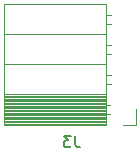
<source format=gbr>
%TF.GenerationSoftware,KiCad,Pcbnew,7.0.9-7.0.9~ubuntu22.04.1*%
%TF.CreationDate,2023-12-22T13:51:19+00:00*%
%TF.ProjectId,wifi_temp_sensor,77696669-5f74-4656-9d70-5f73656e736f,rev?*%
%TF.SameCoordinates,Original*%
%TF.FileFunction,Legend,Bot*%
%TF.FilePolarity,Positive*%
%FSLAX46Y46*%
G04 Gerber Fmt 4.6, Leading zero omitted, Abs format (unit mm)*
G04 Created by KiCad (PCBNEW 7.0.9-7.0.9~ubuntu22.04.1) date 2023-12-22 13:51:19*
%MOMM*%
%LPD*%
G01*
G04 APERTURE LIST*
%ADD10C,0.150000*%
%ADD11C,0.120000*%
G04 APERTURE END LIST*
D10*
X173708333Y-46079819D02*
X173708333Y-46794104D01*
X173708333Y-46794104D02*
X173755952Y-46936961D01*
X173755952Y-46936961D02*
X173851190Y-47032200D01*
X173851190Y-47032200D02*
X173994047Y-47079819D01*
X173994047Y-47079819D02*
X174089285Y-47079819D01*
X173327380Y-46079819D02*
X172708333Y-46079819D01*
X172708333Y-46079819D02*
X173041666Y-46460771D01*
X173041666Y-46460771D02*
X172898809Y-46460771D01*
X172898809Y-46460771D02*
X172803571Y-46508390D01*
X172803571Y-46508390D02*
X172755952Y-46556009D01*
X172755952Y-46556009D02*
X172708333Y-46651247D01*
X172708333Y-46651247D02*
X172708333Y-46889342D01*
X172708333Y-46889342D02*
X172755952Y-46984580D01*
X172755952Y-46984580D02*
X172803571Y-47032200D01*
X172803571Y-47032200D02*
X172898809Y-47079819D01*
X172898809Y-47079819D02*
X173184523Y-47079819D01*
X173184523Y-47079819D02*
X173279761Y-47032200D01*
X173279761Y-47032200D02*
X173327380Y-46984580D01*
D11*
%TO.C,J3*%
X167665000Y-34905000D02*
X176295000Y-34905000D01*
X178865000Y-45185000D02*
X178865000Y-43855000D01*
X167665000Y-43411670D02*
X176295000Y-43411670D01*
X176295000Y-43495000D02*
X176645000Y-43495000D01*
X167665000Y-44002145D02*
X176295000Y-44002145D01*
X167665000Y-43647860D02*
X176295000Y-43647860D01*
X167665000Y-42939290D02*
X176295000Y-42939290D01*
X176295000Y-39135000D02*
X176705000Y-39135000D01*
X167665000Y-37505000D02*
X176295000Y-37505000D01*
X167665000Y-44828810D02*
X176295000Y-44828810D01*
X167665000Y-43057385D02*
X176295000Y-43057385D01*
X167665000Y-44238335D02*
X176295000Y-44238335D01*
X176295000Y-38415000D02*
X176705000Y-38415000D01*
X176295000Y-41675000D02*
X176705000Y-41675000D01*
X167665000Y-43529765D02*
X176295000Y-43529765D01*
X167665000Y-44592620D02*
X176295000Y-44592620D01*
X177755000Y-45185000D02*
X178865000Y-45185000D01*
X167665000Y-42821195D02*
X176295000Y-42821195D01*
X167665000Y-43884050D02*
X176295000Y-43884050D01*
X167665000Y-45185000D02*
X176295000Y-45185000D01*
X176295000Y-36595000D02*
X176705000Y-36595000D01*
X167665000Y-40045000D02*
X176295000Y-40045000D01*
X167665000Y-44474525D02*
X176295000Y-44474525D01*
X167665000Y-45065000D02*
X176295000Y-45065000D01*
X167665000Y-45185000D02*
X167665000Y-34905000D01*
X176295000Y-45185000D02*
X176295000Y-34905000D01*
X176295000Y-44215000D02*
X176645000Y-44215000D01*
X167665000Y-44356430D02*
X176295000Y-44356430D01*
X167665000Y-44946905D02*
X176295000Y-44946905D01*
X176295000Y-35875000D02*
X176705000Y-35875000D01*
X176295000Y-40955000D02*
X176705000Y-40955000D01*
X167665000Y-42585000D02*
X176295000Y-42585000D01*
X167665000Y-43175480D02*
X176295000Y-43175480D01*
X167665000Y-44710715D02*
X176295000Y-44710715D01*
X167665000Y-44120240D02*
X176295000Y-44120240D01*
X167665000Y-42703100D02*
X176295000Y-42703100D01*
X167665000Y-43765955D02*
X176295000Y-43765955D01*
X167665000Y-43293575D02*
X176295000Y-43293575D01*
%TD*%
M02*

</source>
